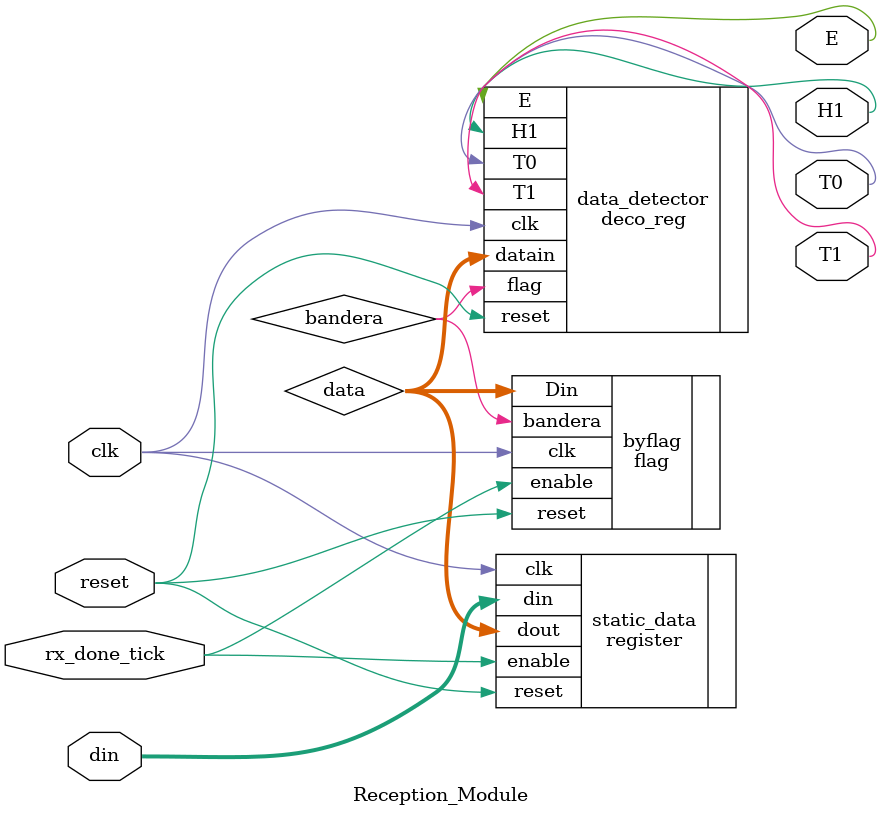
<source format=v>
`timescale 1ns / 1ps
module Reception_Module(
input wire [7:0] din, 
input wire rx_done_tick, reset, clk,
output wire T0,T1,E,H1
    );
	 
	 
wire bandera;
wire [7:0] data;	 
	 
// Analisis de datos
deco_reg data_detector (
    .datain(data), 
    .flag(bandera), 
    .clk(clk), 
    .reset(reset), 
    .T0(T0), 
    .T1(T1), 
    .H1(H1), 
    .E(E)
    );
	 
// Bandera
flag byflag (
    .enable(rx_done_tick), 
    .clk(clk), 
    .reset(reset), 
    .Din(data), 
    .bandera(bandera)
    );
	 
// Instantiate the module
register static_data (
    .din(din), 
    .dout(data), 
    .clk(clk), 
    .enable(rx_done_tick), 
    .reset(reset)
    );


endmodule

</source>
